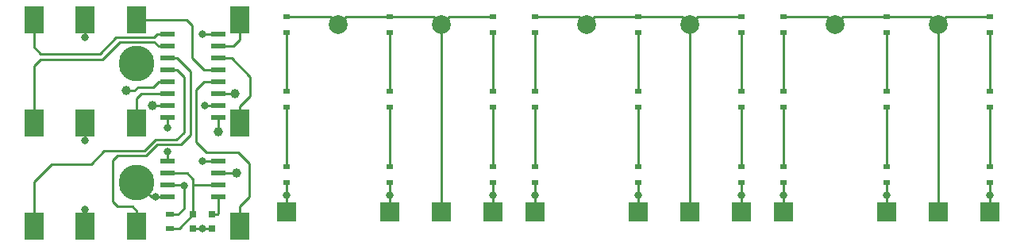
<source format=gbr>
G04 #@! TF.GenerationSoftware,KiCad,Pcbnew,5.0.0-fee4fd1~66~ubuntu16.04.1*
G04 #@! TF.CreationDate,2018-08-12T23:57:20+05:30*
G04 #@! TF.ProjectId,1sqinch555,317371696E63683535352E6B69636164,rev?*
G04 #@! TF.SameCoordinates,Original*
G04 #@! TF.FileFunction,Copper,L1,Top,Signal*
G04 #@! TF.FilePolarity,Positive*
%FSLAX46Y46*%
G04 Gerber Fmt 4.6, Leading zero omitted, Abs format (unit mm)*
G04 Created by KiCad (PCBNEW 5.0.0-fee4fd1~66~ubuntu16.04.1) date Sun Aug 12 23:57:20 2018*
%MOMM*%
%LPD*%
G01*
G04 APERTURE LIST*
G04 #@! TA.AperFunction,ComponentPad*
%ADD10C,3.800000*%
G04 #@! TD*
G04 #@! TA.AperFunction,SMDPad,CuDef*
%ADD11R,0.800000X0.600000*%
G04 #@! TD*
G04 #@! TA.AperFunction,SMDPad,CuDef*
%ADD12R,0.750000X0.800000*%
G04 #@! TD*
G04 #@! TA.AperFunction,SMDPad,CuDef*
%ADD13R,2.000000X2.000000*%
G04 #@! TD*
G04 #@! TA.AperFunction,SMDPad,CuDef*
%ADD14R,0.900000X0.500000*%
G04 #@! TD*
G04 #@! TA.AperFunction,SMDPad,CuDef*
%ADD15R,1.550000X0.600000*%
G04 #@! TD*
G04 #@! TA.AperFunction,SMDPad,CuDef*
%ADD16R,1.500000X0.600000*%
G04 #@! TD*
G04 #@! TA.AperFunction,ComponentPad*
%ADD17C,2.000000*%
G04 #@! TD*
G04 #@! TA.AperFunction,BGAPad,CuDef*
%ADD18C,1.000000*%
G04 #@! TD*
G04 #@! TA.AperFunction,SMDPad,CuDef*
%ADD19R,2.000000X3.000000*%
G04 #@! TD*
G04 #@! TA.AperFunction,ViaPad*
%ADD20C,0.800000*%
G04 #@! TD*
G04 #@! TA.AperFunction,Conductor*
%ADD21C,0.250000*%
G04 #@! TD*
G04 APERTURE END LIST*
D10*
G04 #@! TO.P,BT1,2*
G04 #@! TO.N,/GND*
X50000000Y-43650000D03*
G04 #@! TO.P,BT1,1*
G04 #@! TO.N,/9V*
X50000000Y-56350000D03*
G04 #@! TD*
D11*
G04 #@! TO.P,D1,2*
G04 #@! TO.N,/10*
X66000000Y-56350000D03*
G04 #@! TO.P,D1,1*
G04 #@! TO.N,Net-(D1-Pad1)*
X66000000Y-54650000D03*
G04 #@! TD*
G04 #@! TO.P,D2,2*
G04 #@! TO.N,Net-(D1-Pad1)*
X65999999Y-48350000D03*
G04 #@! TO.P,D2,1*
G04 #@! TO.N,Net-(D2-Pad1)*
X65999999Y-46650000D03*
G04 #@! TD*
G04 #@! TO.P,D3,2*
G04 #@! TO.N,Net-(D2-Pad1)*
X66000000Y-40350000D03*
G04 #@! TO.P,D3,1*
G04 #@! TO.N,/GND1*
X66000000Y-38650000D03*
G04 #@! TD*
G04 #@! TO.P,D4,2*
G04 #@! TO.N,/7*
X77000000Y-56350000D03*
G04 #@! TO.P,D4,1*
G04 #@! TO.N,Net-(D4-Pad1)*
X77000000Y-54650000D03*
G04 #@! TD*
G04 #@! TO.P,D5,2*
G04 #@! TO.N,Net-(D4-Pad1)*
X77000000Y-48350000D03*
G04 #@! TO.P,D5,1*
G04 #@! TO.N,Net-(D5-Pad1)*
X77000000Y-46650000D03*
G04 #@! TD*
G04 #@! TO.P,D6,2*
G04 #@! TO.N,Net-(D5-Pad1)*
X77000000Y-40350000D03*
G04 #@! TO.P,D6,1*
G04 #@! TO.N,/GND1*
X77000000Y-38650000D03*
G04 #@! TD*
G04 #@! TO.P,D7,2*
G04 #@! TO.N,/11*
X88000000Y-56350000D03*
G04 #@! TO.P,D7,1*
G04 #@! TO.N,Net-(D7-Pad1)*
X88000000Y-54650000D03*
G04 #@! TD*
G04 #@! TO.P,D8,2*
G04 #@! TO.N,Net-(D7-Pad1)*
X88000001Y-48350000D03*
G04 #@! TO.P,D8,1*
G04 #@! TO.N,Net-(D8-Pad1)*
X88000001Y-46650000D03*
G04 #@! TD*
G04 #@! TO.P,D9,2*
G04 #@! TO.N,Net-(D8-Pad1)*
X88000000Y-40350000D03*
G04 #@! TO.P,D9,1*
G04 #@! TO.N,/GND1*
X88000000Y-38650000D03*
G04 #@! TD*
G04 #@! TO.P,D10,2*
G04 #@! TO.N,/9*
X92500000Y-56350000D03*
G04 #@! TO.P,D10,1*
G04 #@! TO.N,Net-(D10-Pad1)*
X92500000Y-54650000D03*
G04 #@! TD*
G04 #@! TO.P,D11,2*
G04 #@! TO.N,Net-(D10-Pad1)*
X92499999Y-48350000D03*
G04 #@! TO.P,D11,1*
G04 #@! TO.N,Net-(D11-Pad1)*
X92499999Y-46650000D03*
G04 #@! TD*
G04 #@! TO.P,D12,2*
G04 #@! TO.N,Net-(D11-Pad1)*
X92500000Y-40350000D03*
G04 #@! TO.P,D12,1*
G04 #@! TO.N,/GND2*
X92500000Y-38650000D03*
G04 #@! TD*
G04 #@! TO.P,D13,2*
G04 #@! TO.N,/6*
X103500000Y-56350000D03*
G04 #@! TO.P,D13,1*
G04 #@! TO.N,Net-(D13-Pad1)*
X103500000Y-54650000D03*
G04 #@! TD*
G04 #@! TO.P,D14,2*
G04 #@! TO.N,Net-(D13-Pad1)*
X103500000Y-48350000D03*
G04 #@! TO.P,D14,1*
G04 #@! TO.N,Net-(D14-Pad1)*
X103500000Y-46650000D03*
G04 #@! TD*
G04 #@! TO.P,D15,2*
G04 #@! TO.N,Net-(D14-Pad1)*
X103500000Y-40350000D03*
G04 #@! TO.P,D15,1*
G04 #@! TO.N,/GND2*
X103500000Y-38650000D03*
G04 #@! TD*
G04 #@! TO.P,D16,2*
G04 #@! TO.N,/12*
X114500000Y-56350000D03*
G04 #@! TO.P,D16,1*
G04 #@! TO.N,Net-(D16-Pad1)*
X114500000Y-54650000D03*
G04 #@! TD*
G04 #@! TO.P,D17,2*
G04 #@! TO.N,Net-(D16-Pad1)*
X114500001Y-48350000D03*
G04 #@! TO.P,D17,1*
G04 #@! TO.N,Net-(D17-Pad1)*
X114500001Y-46650000D03*
G04 #@! TD*
G04 #@! TO.P,D18,2*
G04 #@! TO.N,Net-(D17-Pad1)*
X114500000Y-40350000D03*
G04 #@! TO.P,D18,1*
G04 #@! TO.N,/GND2*
X114500000Y-38650000D03*
G04 #@! TD*
G04 #@! TO.P,D19,2*
G04 #@! TO.N,/8*
X119000000Y-56350000D03*
G04 #@! TO.P,D19,1*
G04 #@! TO.N,Net-(D19-Pad1)*
X119000000Y-54650000D03*
G04 #@! TD*
G04 #@! TO.P,D20,2*
G04 #@! TO.N,Net-(D19-Pad1)*
X118999999Y-48350000D03*
G04 #@! TO.P,D20,1*
G04 #@! TO.N,Net-(D20-Pad1)*
X118999999Y-46650000D03*
G04 #@! TD*
G04 #@! TO.P,D21,2*
G04 #@! TO.N,Net-(D20-Pad1)*
X119000000Y-40350000D03*
G04 #@! TO.P,D21,1*
G04 #@! TO.N,/GND3*
X119000000Y-38650000D03*
G04 #@! TD*
G04 #@! TO.P,D22,2*
G04 #@! TO.N,/13*
X130000000Y-56350000D03*
G04 #@! TO.P,D22,1*
G04 #@! TO.N,Net-(D22-Pad1)*
X130000000Y-54650000D03*
G04 #@! TD*
G04 #@! TO.P,D23,2*
G04 #@! TO.N,Net-(D22-Pad1)*
X130000000Y-48350000D03*
G04 #@! TO.P,D23,1*
G04 #@! TO.N,Net-(D23-Pad1)*
X130000000Y-46650000D03*
G04 #@! TD*
G04 #@! TO.P,D24,2*
G04 #@! TO.N,Net-(D23-Pad1)*
X130000000Y-40350000D03*
G04 #@! TO.P,D24,1*
G04 #@! TO.N,/GND3*
X130000000Y-38650000D03*
G04 #@! TD*
G04 #@! TO.P,D25,2*
G04 #@! TO.N,/5*
X141000000Y-56350000D03*
G04 #@! TO.P,D25,1*
G04 #@! TO.N,Net-(D25-Pad1)*
X141000000Y-54650000D03*
G04 #@! TD*
G04 #@! TO.P,D26,2*
G04 #@! TO.N,Net-(D25-Pad1)*
X141000001Y-48350000D03*
G04 #@! TO.P,D26,1*
G04 #@! TO.N,Net-(D26-Pad1)*
X141000001Y-46650000D03*
G04 #@! TD*
G04 #@! TO.P,D27,2*
G04 #@! TO.N,Net-(D26-Pad1)*
X141000000Y-40350000D03*
G04 #@! TO.P,D27,1*
G04 #@! TO.N,/GND3*
X141000000Y-38650000D03*
G04 #@! TD*
D12*
G04 #@! TO.P,C1,2*
G04 #@! TO.N,/GND*
X56000000Y-61250000D03*
G04 #@! TO.P,C1,1*
G04 #@! TO.N,/TR*
X56000000Y-59750000D03*
G04 #@! TD*
G04 #@! TO.P,C2,2*
G04 #@! TO.N,/GND*
X58000000Y-61250000D03*
G04 #@! TO.P,C2,1*
G04 #@! TO.N,/CV*
X58000000Y-59750000D03*
G04 #@! TD*
D13*
G04 #@! TO.P,J7,1*
G04 #@! TO.N,/10*
X66000000Y-59500000D03*
G04 #@! TD*
G04 #@! TO.P,J9,1*
G04 #@! TO.N,/7*
X77000000Y-59499999D03*
G04 #@! TD*
G04 #@! TO.P,J11,1*
G04 #@! TO.N,/11*
X88000000Y-59500000D03*
G04 #@! TD*
G04 #@! TO.P,J13,1*
G04 #@! TO.N,/9*
X92500000Y-59500000D03*
G04 #@! TD*
G04 #@! TO.P,J15,1*
G04 #@! TO.N,/6*
X103500000Y-59499999D03*
G04 #@! TD*
G04 #@! TO.P,J17,1*
G04 #@! TO.N,/12*
X114500000Y-59500000D03*
G04 #@! TD*
G04 #@! TO.P,J19,1*
G04 #@! TO.N,/8*
X119000000Y-59500000D03*
G04 #@! TD*
G04 #@! TO.P,J21,1*
G04 #@! TO.N,/13*
X130000000Y-59499999D03*
G04 #@! TD*
G04 #@! TO.P,J23,1*
G04 #@! TO.N,/5*
X141000000Y-59500000D03*
G04 #@! TD*
G04 #@! TO.P,J25,1*
G04 #@! TO.N,/GND1*
X82500000Y-59500000D03*
G04 #@! TD*
G04 #@! TO.P,J27,1*
G04 #@! TO.N,/GND2*
X109000000Y-59500000D03*
G04 #@! TD*
G04 #@! TO.P,J29,1*
G04 #@! TO.N,/GND3*
X135500000Y-59500000D03*
G04 #@! TD*
D14*
G04 #@! TO.P,R1,1*
G04 #@! TO.N,/OUT*
X53500000Y-59750000D03*
G04 #@! TO.P,R1,2*
G04 #@! TO.N,/TR*
X53500000Y-61250000D03*
G04 #@! TD*
D15*
G04 #@! TO.P,U1,1*
G04 #@! TO.N,/GND*
X53300000Y-54095000D03*
G04 #@! TO.P,U1,2*
G04 #@! TO.N,/TR*
X53300000Y-55365000D03*
G04 #@! TO.P,U1,3*
G04 #@! TO.N,/OUT*
X53300000Y-56635000D03*
G04 #@! TO.P,U1,4*
G04 #@! TO.N,/9V*
X53300000Y-57905000D03*
G04 #@! TO.P,U1,5*
G04 #@! TO.N,/CV*
X58700000Y-57905000D03*
G04 #@! TO.P,U1,6*
G04 #@! TO.N,/TR*
X58700000Y-56635000D03*
G04 #@! TO.P,U1,7*
G04 #@! TO.N,Net-(J1-Pad1)*
X58700000Y-55365000D03*
G04 #@! TO.P,U1,8*
G04 #@! TO.N,/9V*
X58700000Y-54095000D03*
G04 #@! TD*
D16*
G04 #@! TO.P,U2,1*
G04 #@! TO.N,/Q11*
X53300000Y-40555000D03*
G04 #@! TO.P,U2,2*
G04 #@! TO.N,/Q12*
X53300000Y-41825000D03*
G04 #@! TO.P,U2,3*
G04 #@! TO.N,/Q13*
X53300000Y-43095000D03*
G04 #@! TO.P,U2,4*
G04 #@! TO.N,/Q5*
X53300000Y-44365000D03*
G04 #@! TO.P,U2,5*
G04 #@! TO.N,/Q4*
X53300000Y-45635000D03*
G04 #@! TO.P,U2,6*
G04 #@! TO.N,/Q6*
X53300000Y-46905000D03*
G04 #@! TO.P,U2,7*
G04 #@! TO.N,/Q3*
X53300000Y-48175000D03*
G04 #@! TO.P,U2,8*
G04 #@! TO.N,/GND*
X53300000Y-49445000D03*
G04 #@! TO.P,U2,9*
G04 #@! TO.N,/Q0*
X58700000Y-49445000D03*
G04 #@! TO.P,U2,10*
G04 #@! TO.N,/OUT*
X58700000Y-48175000D03*
G04 #@! TO.P,U2,11*
G04 #@! TO.N,/RST*
X58700000Y-46905000D03*
G04 #@! TO.P,U2,12*
G04 #@! TO.N,/Q8*
X58700000Y-45635000D03*
G04 #@! TO.P,U2,13*
G04 #@! TO.N,/Q7*
X58700000Y-44365000D03*
G04 #@! TO.P,U2,14*
G04 #@! TO.N,/Q9*
X58700000Y-43095000D03*
G04 #@! TO.P,U2,15*
G04 #@! TO.N,/Q10*
X58700000Y-41825000D03*
G04 #@! TO.P,U2,16*
G04 #@! TO.N,/9V*
X58700000Y-40555000D03*
G04 #@! TD*
D17*
G04 #@! TO.P,J30,1*
G04 #@! TO.N,/GND1*
X71500000Y-39500000D03*
G04 #@! TD*
G04 #@! TO.P,J31,1*
G04 #@! TO.N,/GND1*
X82500000Y-39500000D03*
G04 #@! TD*
G04 #@! TO.P,J32,1*
G04 #@! TO.N,/GND2*
X98000000Y-39500000D03*
G04 #@! TD*
G04 #@! TO.P,J33,1*
G04 #@! TO.N,/GND2*
X109000000Y-39500000D03*
G04 #@! TD*
G04 #@! TO.P,J34,1*
G04 #@! TO.N,/GND3*
X135500000Y-39500000D03*
G04 #@! TD*
G04 #@! TO.P,J35,1*
G04 #@! TO.N,/GND3*
X124500000Y-39500000D03*
G04 #@! TD*
D18*
G04 #@! TO.P,J1,1*
G04 #@! TO.N,Net-(J1-Pad1)*
X60600000Y-55350000D03*
G04 #@! TD*
G04 #@! TO.P,J2,1*
G04 #@! TO.N,/Q0*
X58700000Y-50949999D03*
G04 #@! TD*
G04 #@! TO.P,J3,1*
G04 #@! TO.N,/Q3*
X51650000Y-48150000D03*
G04 #@! TD*
G04 #@! TO.P,J4,1*
G04 #@! TO.N,/RST*
X60450000Y-46900000D03*
G04 #@! TD*
G04 #@! TO.P,J5,1*
G04 #@! TO.N,/Q4*
X48900000Y-46550000D03*
G04 #@! TD*
D19*
G04 #@! TO.P,J6,1*
G04 #@! TO.N,/Q5*
X39000000Y-61000000D03*
G04 #@! TD*
G04 #@! TO.P,J8,1*
G04 #@! TO.N,/Q6*
X50000000Y-50000000D03*
G04 #@! TD*
G04 #@! TO.P,J10,1*
G04 #@! TO.N,/Q7*
X50000000Y-38999999D03*
G04 #@! TD*
G04 #@! TO.P,J12,1*
G04 #@! TO.N,/Q8*
X61000000Y-61000000D03*
G04 #@! TD*
G04 #@! TO.P,J14,1*
G04 #@! TO.N,/Q9*
X61000001Y-50000000D03*
G04 #@! TD*
G04 #@! TO.P,J16,1*
G04 #@! TO.N,/Q10*
X61000000Y-39000000D03*
G04 #@! TD*
G04 #@! TO.P,J18,1*
G04 #@! TO.N,/Q11*
X39000000Y-39000000D03*
G04 #@! TD*
G04 #@! TO.P,J20,1*
G04 #@! TO.N,/Q12*
X38999999Y-50000000D03*
G04 #@! TD*
G04 #@! TO.P,J22,1*
G04 #@! TO.N,/Q13*
X50000000Y-61000001D03*
G04 #@! TD*
G04 #@! TO.P,J24,1*
G04 #@! TO.N,/GND*
X44500000Y-50000000D03*
G04 #@! TD*
G04 #@! TO.P,J26,1*
G04 #@! TO.N,/GND*
X44500000Y-39000000D03*
G04 #@! TD*
G04 #@! TO.P,J28,1*
G04 #@! TO.N,/GND*
X44500000Y-61000000D03*
G04 #@! TD*
D20*
G04 #@! TO.N,/9V*
X52000000Y-57905001D03*
X57000000Y-40550008D03*
X56999999Y-54099996D03*
G04 #@! TO.N,/GND*
X44500000Y-51900000D03*
X44500000Y-59200000D03*
X53300000Y-50500000D03*
X57000000Y-61250000D03*
X53299999Y-53025010D03*
X44500000Y-40900000D03*
G04 #@! TO.N,/5*
X141000000Y-57700000D03*
G04 #@! TO.N,/6*
X103500000Y-57700000D03*
G04 #@! TO.N,/7*
X77000000Y-57700000D03*
G04 #@! TO.N,/8*
X119000000Y-57700000D03*
G04 #@! TO.N,/9*
X92500000Y-57700000D03*
G04 #@! TO.N,/10*
X66000000Y-57700000D03*
G04 #@! TO.N,/11*
X88000000Y-57700000D03*
G04 #@! TO.N,/12*
X114500000Y-57700000D03*
G04 #@! TO.N,/13*
X130000000Y-57700000D03*
G04 #@! TO.N,/OUT*
X55000000Y-56650000D03*
X57249998Y-48150000D03*
G04 #@! TD*
D21*
G04 #@! TO.N,Net-(D1-Pad1)*
X66000000Y-54650000D02*
X66000000Y-48350000D01*
G04 #@! TO.N,Net-(D2-Pad1)*
X66000000Y-46650000D02*
X66000000Y-40350000D01*
G04 #@! TO.N,Net-(D4-Pad1)*
X77000000Y-54649999D02*
X77000000Y-48350000D01*
G04 #@! TO.N,Net-(D5-Pad1)*
X77000000Y-46650000D02*
X77000000Y-40350001D01*
G04 #@! TO.N,Net-(D7-Pad1)*
X88000000Y-54650000D02*
X88000000Y-48350000D01*
G04 #@! TO.N,Net-(D8-Pad1)*
X88000000Y-46650000D02*
X88000000Y-46100000D01*
X88000000Y-46100000D02*
X88000000Y-40350000D01*
G04 #@! TO.N,Net-(D10-Pad1)*
X92500000Y-54650000D02*
X92500000Y-48350000D01*
G04 #@! TO.N,Net-(D11-Pad1)*
X92500000Y-46650000D02*
X92500000Y-40350000D01*
G04 #@! TO.N,Net-(D13-Pad1)*
X103500000Y-48350000D02*
X103500000Y-54649999D01*
G04 #@! TO.N,Net-(D14-Pad1)*
X103500000Y-46650000D02*
X103500000Y-40350001D01*
G04 #@! TO.N,Net-(D16-Pad1)*
X114500000Y-54650000D02*
X114500000Y-48350000D01*
G04 #@! TO.N,Net-(D17-Pad1)*
X114500000Y-46650000D02*
X114500000Y-40350000D01*
G04 #@! TO.N,Net-(D19-Pad1)*
X119000000Y-54650000D02*
X119000000Y-48350000D01*
G04 #@! TO.N,Net-(D20-Pad1)*
X119000000Y-46100000D02*
X119000000Y-40350000D01*
X119000000Y-46650000D02*
X119000000Y-46100000D01*
G04 #@! TO.N,Net-(D22-Pad1)*
X130000000Y-54649999D02*
X130000000Y-48350000D01*
G04 #@! TO.N,Net-(D23-Pad1)*
X130000000Y-46650000D02*
X130000000Y-40350001D01*
G04 #@! TO.N,Net-(D25-Pad1)*
X141000000Y-54650000D02*
X141000000Y-48350000D01*
G04 #@! TO.N,Net-(D26-Pad1)*
X141000000Y-46650000D02*
X141000000Y-40350000D01*
G04 #@! TO.N,Net-(J1-Pad1)*
X60585000Y-55365000D02*
X60600000Y-55350000D01*
X58700000Y-55365000D02*
X60585000Y-55365000D01*
G04 #@! TO.N,/9V*
X51555000Y-57905000D02*
X50000000Y-56350000D01*
X53299999Y-57905000D02*
X52000000Y-57905001D01*
X52000000Y-57905001D02*
X51555000Y-57905000D01*
X58700000Y-40554999D02*
X57004992Y-40555000D01*
X57004992Y-40555000D02*
X57000000Y-40550008D01*
X57004996Y-54095000D02*
X56999999Y-54099996D01*
X58700000Y-54095000D02*
X57004996Y-54095000D01*
G04 #@! TO.N,/GND*
X44500000Y-50000000D02*
X44500000Y-51900000D01*
X44500000Y-61000000D02*
X44500000Y-59200000D01*
X53300000Y-49445000D02*
X53300000Y-50500000D01*
X56000000Y-61250000D02*
X57000000Y-61250000D01*
X58000000Y-61250000D02*
X57000000Y-61250000D01*
X53300000Y-54095000D02*
X53299999Y-53025010D01*
X44500000Y-40900000D02*
X44500000Y-39000000D01*
G04 #@! TO.N,/TR*
X56000000Y-59775000D02*
X56000000Y-59750000D01*
X54525000Y-61250000D02*
X56000000Y-59775000D01*
X53500000Y-61250000D02*
X54525000Y-61250000D01*
X55365000Y-55365000D02*
X53299999Y-55365000D01*
X56000000Y-56000000D02*
X55365000Y-55365000D01*
X58700000Y-56634999D02*
X56135001Y-56635000D01*
X56135001Y-56635000D02*
X56000000Y-56500000D01*
X56000000Y-56500000D02*
X56000000Y-56000000D01*
X56000000Y-59750000D02*
X56000000Y-56500000D01*
G04 #@! TO.N,/CV*
X58700000Y-59675000D02*
X58625000Y-59750000D01*
X58625000Y-59750000D02*
X58000000Y-59750000D01*
X58700000Y-57905000D02*
X58700000Y-59675000D01*
G04 #@! TO.N,/5*
X141000000Y-59500000D02*
X141000001Y-56350000D01*
G04 #@! TO.N,/GND1*
X82500000Y-59500000D02*
X82500000Y-39500000D01*
X65999999Y-38650000D02*
X70650000Y-38650000D01*
X70650000Y-38650000D02*
X71500000Y-39500000D01*
X77000000Y-38650000D02*
X72349999Y-38650000D01*
X72349999Y-38650000D02*
X71500000Y-39500000D01*
X77000000Y-38650000D02*
X81650001Y-38650000D01*
X81650001Y-38650000D02*
X82500000Y-39500000D01*
X88000001Y-38650000D02*
X83350000Y-38650000D01*
X83350000Y-38650000D02*
X82500000Y-39500000D01*
G04 #@! TO.N,/6*
X103500000Y-58250000D02*
X103500000Y-56350000D01*
X103500000Y-59499999D02*
X103500000Y-58250000D01*
G04 #@! TO.N,/7*
X77000000Y-59499999D02*
X77000000Y-56350000D01*
G04 #@! TO.N,/8*
X119000000Y-59500000D02*
X118999999Y-56350000D01*
G04 #@! TO.N,/GND2*
X109000000Y-59500000D02*
X109000000Y-39500000D01*
X108150001Y-38650000D02*
X109000000Y-39500000D01*
X103500000Y-38650000D02*
X108150001Y-38650000D01*
X98849999Y-38650000D02*
X98000000Y-39500000D01*
X103500000Y-38650000D02*
X98849999Y-38650000D01*
X97150000Y-38650000D02*
X98000000Y-39500000D01*
X92499999Y-38650000D02*
X97150000Y-38650000D01*
X109850000Y-38650000D02*
X109000000Y-39500000D01*
X114500001Y-38650000D02*
X109850000Y-38650000D01*
G04 #@! TO.N,/9*
X92500000Y-59500000D02*
X92499999Y-56350000D01*
G04 #@! TO.N,/10*
X66000000Y-58249999D02*
X65999999Y-56350000D01*
X66000000Y-59500000D02*
X66000000Y-58249999D01*
G04 #@! TO.N,/11*
X88000000Y-59500000D02*
X88000001Y-56350000D01*
G04 #@! TO.N,/GND3*
X123650000Y-38650000D02*
X124500000Y-39500000D01*
X118999999Y-38650000D02*
X123650000Y-38650000D01*
X125349999Y-38650000D02*
X124500000Y-39500000D01*
X130000000Y-38650000D02*
X125349999Y-38650000D01*
X136350000Y-38650000D02*
X135500000Y-39500000D01*
X141000001Y-38650000D02*
X136350000Y-38650000D01*
X134650001Y-38650000D02*
X135500000Y-39500000D01*
X130000000Y-38650000D02*
X134650001Y-38650000D01*
X135500000Y-59500000D02*
X135500000Y-39500000D01*
G04 #@! TO.N,/12*
X114500000Y-59500000D02*
X114500001Y-56350000D01*
G04 #@! TO.N,/13*
X130000000Y-59499999D02*
X130000000Y-56350000D01*
G04 #@! TO.N,/Q0*
X58700000Y-49445000D02*
X58700000Y-50949999D01*
G04 #@! TO.N,/Q3*
X51675000Y-48175000D02*
X51650000Y-48150000D01*
X53300000Y-48175001D02*
X51675000Y-48175000D01*
G04 #@! TO.N,/RST*
X60445000Y-46905000D02*
X60450000Y-46900000D01*
X58700000Y-46905001D02*
X60445000Y-46905000D01*
G04 #@! TO.N,/Q4*
X52300000Y-45634999D02*
X51735000Y-46200000D01*
X53299999Y-45635000D02*
X52300000Y-45634999D01*
X51735000Y-46200000D02*
X50100000Y-46200000D01*
X49750000Y-46550000D02*
X48900000Y-46550000D01*
X50100000Y-46200000D02*
X49750000Y-46550000D01*
G04 #@! TO.N,/Q5*
X54300000Y-44365000D02*
X55000000Y-45065000D01*
X53300000Y-44365000D02*
X54300000Y-44365000D01*
X55000000Y-45065000D02*
X55000000Y-51000000D01*
X55000000Y-51000000D02*
X54200000Y-51800000D01*
X45100000Y-54400000D02*
X40900000Y-54400000D01*
X39000000Y-56300000D02*
X39000000Y-61000000D01*
X40900000Y-54400000D02*
X39000000Y-56300000D01*
X52400000Y-51800000D02*
X52000000Y-51800000D01*
X54200000Y-51800000D02*
X52400000Y-51800000D01*
X52000000Y-51800000D02*
X50800000Y-53000000D01*
X46500000Y-53000000D02*
X45100000Y-54400000D01*
X50800000Y-53000000D02*
X46500000Y-53000000D01*
G04 #@! TO.N,/Q6*
X50000000Y-47350000D02*
X50000000Y-50000000D01*
X50445000Y-46905000D02*
X50000000Y-47350000D01*
X53300000Y-46905000D02*
X50445000Y-46905000D01*
G04 #@! TO.N,/Q7*
X50000000Y-38999999D02*
X55300000Y-38999999D01*
X55300000Y-38999999D02*
X55900000Y-39599999D01*
X55900000Y-39599999D02*
X55900000Y-43100000D01*
X57165000Y-44365000D02*
X58700000Y-44365000D01*
X55900000Y-43100000D02*
X57165000Y-44365000D01*
G04 #@! TO.N,/Q8*
X61000000Y-58900000D02*
X61000000Y-61000000D01*
X62000000Y-57900000D02*
X61000000Y-58900000D01*
X60800000Y-53100000D02*
X62000000Y-54300000D01*
X57400000Y-53100000D02*
X60800000Y-53100000D01*
X58700000Y-45635000D02*
X57165000Y-45635000D01*
X57165000Y-45635000D02*
X56350000Y-46450000D01*
X56350000Y-46450000D02*
X56350000Y-52050000D01*
X62000000Y-54300000D02*
X62000000Y-57900000D01*
X56350000Y-52050000D02*
X57400000Y-53100000D01*
G04 #@! TO.N,/Q9*
X61000000Y-48200000D02*
X61000001Y-50000000D01*
X58700000Y-43095000D02*
X60095000Y-43095000D01*
X60095000Y-43095000D02*
X62100000Y-45100000D01*
X62100000Y-45100000D02*
X62100000Y-47100000D01*
X62100000Y-47100000D02*
X61000000Y-48200000D01*
G04 #@! TO.N,/Q10*
X61000000Y-41100000D02*
X61000000Y-39000000D01*
X60275000Y-41825000D02*
X61000000Y-41100000D01*
X58700000Y-41825000D02*
X60275000Y-41825000D01*
G04 #@! TO.N,/Q11*
X38999999Y-41900000D02*
X39000000Y-39000000D01*
X39700000Y-42600000D02*
X38999999Y-41900000D01*
X46055000Y-42600000D02*
X39700000Y-42600000D01*
X53300000Y-40555000D02*
X52145000Y-40554999D01*
X52145000Y-40554999D02*
X51800000Y-40900000D01*
X51800000Y-40900000D02*
X47755000Y-40900000D01*
X47755000Y-40900000D02*
X46055000Y-42600000D01*
G04 #@! TO.N,/Q12*
X39700000Y-43200000D02*
X39000000Y-43900000D01*
X39000000Y-43900000D02*
X38999999Y-50000000D01*
X46300000Y-43200000D02*
X39700000Y-43200000D01*
X53299999Y-41825000D02*
X52300001Y-41825000D01*
X52300001Y-41825000D02*
X51825011Y-41350011D01*
X51825011Y-41350011D02*
X48149989Y-41350011D01*
X48149989Y-41350011D02*
X46300000Y-43200000D01*
G04 #@! TO.N,/Q13*
X55700000Y-44495000D02*
X54300000Y-43095000D01*
X55700000Y-51300000D02*
X55700000Y-44495000D01*
X47900000Y-58900000D02*
X47399999Y-58400000D01*
X50000000Y-59400000D02*
X49500000Y-58900000D01*
X51000000Y-53500000D02*
X52200000Y-52300001D01*
X49500000Y-58900000D02*
X47900000Y-58900000D01*
X47900000Y-53500000D02*
X51000000Y-53500000D01*
X54300000Y-43095000D02*
X53300000Y-43095000D01*
X50000000Y-61000001D02*
X50000000Y-59400000D01*
X47399999Y-54000000D02*
X47900000Y-53500000D01*
X54699999Y-52300000D02*
X55700000Y-51300000D01*
X47399999Y-58400000D02*
X47399999Y-54000000D01*
X52200000Y-52300001D02*
X54699999Y-52300000D01*
G04 #@! TO.N,/OUT*
X53300000Y-56635000D02*
X54325000Y-56635000D01*
X54985000Y-56635000D02*
X55000000Y-56650000D01*
X53300000Y-56635000D02*
X54985000Y-56635000D01*
X55000000Y-56650000D02*
X55000000Y-59150000D01*
X54400000Y-59750000D02*
X53500000Y-59750000D01*
X55000000Y-59150000D02*
X54400000Y-59750000D01*
X57274998Y-48175001D02*
X57249998Y-48150000D01*
X58700000Y-48175000D02*
X57274998Y-48175001D01*
G04 #@! TD*
M02*

</source>
